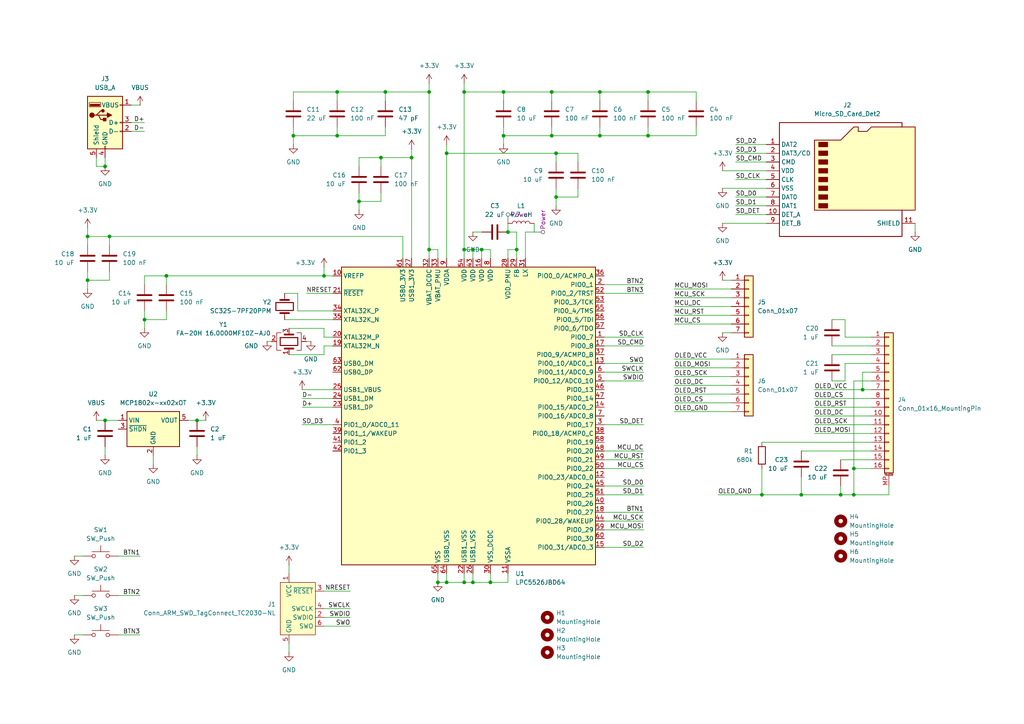
<source format=kicad_sch>
(kicad_sch (version 20250114) (generator "eeschema") (generator_version "9.0")
  (paper "A4")
  (lib_symbols
    (symbol "Connector:Conn_ARM_SWD_TagConnect_TC2030-NL" (in_bom no)
      (property "Reference" "J" (at 2.54 11.43 0))
      (property "Value" "Conn_ARM_SWD_TagConnect_TC2030-NL" (at 2.54 8.89 0))
      (symbol "Conn_ARM_SWD_TagConnect_TC2030-NL_0_0"
        (pin power_in line (at -2.54 10.16 270) (length 2.54) (name "VCC") (number "1"))
        (pin power_in line (at -2.54 -10.16 90) (length 2.54) (name "GND") (number "5"))
        (pin open_collector line (at 7.62 5.08 180) (length 2.54) (name "~{RESET}") (number "3"))
        (pin output line (at 7.62 0 180) (length 2.54) (name "SWCLK") (number "4"))
        (pin bidirectional line (at 7.62 -2.54 180) (length 2.54) (name "SWDIO") (number "2"))
        (pin input line (at 7.62 -5.08 180) (length 2.54) (name "SWO") (number "6"))
      )
    )
    (symbol "Connector:Micro_SD_Card_Det2"
      (property "Reference" "J" (at -16.51 17.78 0))
      (property "Value" "Micro_SD_Card_Det2" (at 16.51 17.78 0))
      (symbol "Micro_SD_Card_Det2_1_1"
        (pin bidirectional line (at -22.86 10.16 0) (length 3.81) (name "DAT2") (number "1"))
        (pin bidirectional line (at -22.86 7.62 0) (length 3.81) (name "DAT3/CD") (number "2"))
        (pin input line (at -22.86 5.08 0) (length 3.81) (name "CMD") (number "3"))
        (pin power_in line (at -22.86 2.54 0) (length 3.81) (name "VDD") (number "4"))
        (pin input line (at -22.86 0 0) (length 3.81) (name "CLK") (number "5"))
        (pin power_in line (at -22.86 -2.54 0) (length 3.81) (name "VSS") (number "6"))
        (pin bidirectional line (at -22.86 -5.08 0) (length 3.81) (name "DAT0") (number "7"))
        (pin bidirectional line (at -22.86 -7.62 0) (length 3.81) (name "DAT1") (number "8"))
        (pin passive line (at -22.86 -10.16 0) (length 3.81) (name "DET_A") (number "10"))
        (pin passive line (at -22.86 -12.7 0) (length 3.81) (name "DET_B") (number "9"))
        (pin passive line (at 20.32 -12.7 180) (length 3.81) (name "SHIELD") (number "11"))
      )
    )
    (symbol "Connector:USB_A" (pin_names (offset 1.016))
      (property "Reference" "J" (at -5.08 11.43 0))
      (property "Value" "USB_A" (at -5.08 8.89 0))
      (symbol "USB_A_1_1"
        (pin passive line (at -2.54 -10.16 90) (length 2.54) (name "Shield") (number "5"))
        (pin power_in line (at 0 -10.16 90) (length 2.54) (name "GND") (number "4"))
        (pin power_in line (at 7.62 5.08 180) (length 2.54) (name "VBUS") (number "1"))
        (pin bidirectional line (at 7.62 0 180) (length 2.54) (name "D+") (number "3"))
        (pin bidirectional line (at 7.62 -2.54 180) (length 2.54) (name "D-") (number "2"))
      )
    )
    (symbol "Connector_Generic:Conn_01x07" (pin_names (offset 1.016) (hide yes))
      (property "Reference" "J" (at 0 10.16 0))
      (property "Value" "Conn_01x07" (at 0 -10.16 0))
      (symbol "Conn_01x07_1_1"
        (pin passive line (at -5.08 7.62 0) (length 3.81) (name "Pin_1") (number "1"))
        (pin passive line (at -5.08 5.08 0) (length 3.81) (name "Pin_2") (number "2"))
        (pin passive line (at -5.08 2.54 0) (length 3.81) (name "Pin_3") (number "3"))
        (pin passive line (at -5.08 0 0) (length 3.81) (name "Pin_4") (number "4"))
        (pin passive line (at -5.08 -2.54 0) (length 3.81) (name "Pin_5") (number "5"))
        (pin passive line (at -5.08 -5.08 0) (length 3.81) (name "Pin_6") (number "6"))
        (pin passive line (at -5.08 -7.62 0) (length 3.81) (name "Pin_7") (number "7"))
      )
    )
    (symbol "Connector_Generic_MountingPin:Conn_01x16_MountingPin" (pin_names (offset 1.016) (hide yes))
      (property "Reference" "J" (at 0 20.32 0))
      (property "Value" "Conn_01x16_MountingPin" (at 1.27 -22.86 0))
      (symbol "Conn_01x16_MountingPin_1_1"
        (text "Mounting" (at 0 -21.971 0) (effects (font (size 0.381 0.381))))
        (pin passive line (at -5.08 17.78 0) (length 3.81) (name "Pin_1") (number "1"))
        (pin passive line (at -5.08 15.24 0) (length 3.81) (name "Pin_2") (number "2"))
        (pin passive line (at -5.08 12.7 0) (length 3.81) (name "Pin_3") (number "3"))
        (pin passive line (at -5.08 10.16 0) (length 3.81) (name "Pin_4") (number "4"))
        (pin passive line (at -5.08 7.62 0) (length 3.81) (name "Pin_5") (number "5"))
        (pin passive line (at -5.08 5.08 0) (length 3.81) (name "Pin_6") (number "6"))
        (pin passive line (at -5.08 2.54 0) (length 3.81) (name "Pin_7") (number "7"))
        (pin passive line (at -5.08 0 0) (length 3.81) (name "Pin_8") (number "8"))
        (pin passive line (at -5.08 -2.54 0) (length 3.81) (name "Pin_9") (number "9"))
        (pin passive line (at -5.08 -5.08 0) (length 3.81) (name "Pin_10") (number "10"))
        (pin passive line (at -5.08 -7.62 0) (length 3.81) (name "Pin_11") (number "11"))
        (pin passive line (at -5.08 -10.16 0) (length 3.81) (name "Pin_12") (number "12"))
        (pin passive line (at -5.08 -12.7 0) (length 3.81) (name "Pin_13") (number "13"))
        (pin passive line (at -5.08 -15.24 0) (length 3.81) (name "Pin_14") (number "14"))
        (pin passive line (at -5.08 -17.78 0) (length 3.81) (name "Pin_15") (number "15"))
        (pin passive line (at -5.08 -20.32 0) (length 3.81) (name "Pin_16") (number "16"))
        (pin passive line (at 0 -25.4 90) (length 3.048) (name "MountPin") (number "MP"))
      )
    )
    (symbol "Device:C" (pin_numbers (hide yes)) (pin_names (offset 0.254))
      (property "Reference" "C" (at 0.635 2.54 0))
      (property "Value" "C" (at 0.635 -2.54 0))
      (symbol "C_1_1"
        (pin passive line (at 0 3.81 270) (length 2.794) (name "~") (number "1"))
        (pin passive line (at 0 -3.81 90) (length 2.794) (name "~") (number "2"))
      )
    )
    (symbol "Device:Crystal" (pin_numbers (hide yes)) (pin_names (offset 1.016) (hide yes))
      (property "Reference" "Y" (at 0 3.81 0))
      (property "Value" "Crystal" (at 0 -3.81 0))
      (symbol "Crystal_1_1"
        (pin passive line (at -3.81 0 0) (length 1.27) (name "1") (number "1"))
        (pin passive line (at 3.81 0 180) (length 1.27) (name "2") (number "2"))
      )
    )
    (symbol "Device:Crystal_GND24" (pin_names (offset 1.016) (hide yes))
      (property "Reference" "Y" (at 3.175 5.08 0))
      (property "Value" "Crystal_GND24" (at 3.175 3.175 0))
      (symbol "Crystal_GND24_1_1"
        (pin passive line (at -3.81 0 0) (length 1.27) (name "1") (number "1"))
        (pin passive line (at 0 5.08 270) (length 1.27) (name "2") (number "2"))
        (pin passive line (at 0 -5.08 90) (length 1.27) (name "4") (number "4"))
        (pin passive line (at 3.81 0 180) (length 1.27) (name "3") (number "3"))
      )
    )
    (symbol "Device:L" (pin_numbers (hide yes)) (pin_names (offset 1.016) (hide yes))
      (property "Reference" "L" (at -1.27 0 90))
      (property "Value" "L" (at 1.905 0 90))
      (symbol "L_1_1"
        (pin passive line (at 0 3.81 270) (length 1.27) (name "1") (number "1"))
        (pin passive line (at 0 -3.81 90) (length 1.27) (name "2") (number "2"))
      )
    )
    (symbol "Device:R" (pin_numbers (hide yes)) (pin_names (offset 0))
      (property "Reference" "R" (at 2.032 0 90))
      (property "Value" "R" (at 0 0 90))
      (symbol "R_1_1"
        (pin passive line (at 0 3.81 270) (length 1.27) (name "~") (number "1"))
        (pin passive line (at 0 -3.81 90) (length 1.27) (name "~") (number "2"))
      )
    )
    (symbol "LPC5526JBD64:LPC5526JBD64"
      (property "Reference" "U" (at -35.56 44.704 0))
      (property "Value" "LPC5526JBD64" (at 22.86 -44.45 0))
      (symbol "LPC5526JBD64_1_1"
        (pin input line (at -38.1 40.64 0) (length 2.54) (name "VREFP") (number "10"))
        (pin input line (at -38.1 35.56 0) (length 2.54) (name "~{RESET}") (number "21"))
        (pin input line (at -38.1 30.48 0) (length 2.54) (name "XTAL32K_P") (number "34"))
        (pin input line (at -38.1 27.94 0) (length 2.54) (name "XTAL32K_N") (number "35"))
        (pin input line (at -38.1 22.86 0) (length 2.54) (name "XTAL32M_P") (number "20"))
        (pin input line (at -38.1 20.32 0) (length 2.54) (name "XTAL32M_N") (number "19"))
        (pin bidirectional line (at -38.1 15.24 0) (length 2.54) (name "USB0_DM") (number "63"))
        (pin bidirectional line (at -38.1 12.7 0) (length 2.54) (name "USB0_DP") (number "62"))
        (pin input line (at -38.1 7.62 0) (length 2.54) (name "USB1_VBUS") (number "25"))
        (pin bidirectional line (at -38.1 5.08 0) (length 2.54) (name "USB1_DM") (number "24"))
        (pin bidirectional line (at -38.1 2.54 0) (length 2.54) (name "USB1_DP") (number "23"))
        (pin bidirectional line (at -38.1 -2.54 0) (length 2.54) (name "PIO1_0/ADC0_11") (number "4"))
        (pin bidirectional line (at -38.1 -5.08 0) (length 2.54) (name "PIO1_1/WAKEUP") (number "39"))
        (pin bidirectional line (at -38.1 -7.62 0) (length 2.54) (name "PIO1_2") (number "41"))
        (pin bidirectional line (at -38.1 -10.16 0) (length 2.54) (name "PIO1_3") (number "42"))
        (pin power_in line (at -17.78 45.72 270) (length 2.54) (name "USB0_3V3") (number "61"))
        (pin power_in line (at -15.24 45.72 270) (length 2.54) (name "USB1_3V3") (number "27"))
        (pin power_in line (at -10.16 45.72 270) (length 2.54) (name "VBAT_DCDC") (number "32"))
        (pin power_in line (at -7.62 45.72 270) (length 2.54) (name "VBAT_PMU") (number "33"))
        (pin power_in line (at -7.62 -45.72 90) (length 2.54) (name "VSS") (number "65"))
        (pin power_in line (at -5.08 45.72 270) (length 2.54) (name "VDDA") (number "9"))
        (pin power_in line (at -5.08 -45.72 90) (length 2.54) (name "USB0_VSS") (number "64"))
        (pin power_in line (at 0 45.72 270) (length 2.54) (name "VDD") (number "54"))
        (pin power_in line (at 0 -45.72 90) (length 2.54) (name "USB1_VSS") (number "22"))
        (pin power_in line (at 2.54 45.72 270) (length 2.54) (name "VDD") (number "43"))
        (pin power_in line (at 2.54 -45.72 90) (length 2.54) (name "USB1_VSS") (number "26"))
        (pin power_in line (at 5.08 45.72 270) (length 2.54) (name "VDD") (number "16"))
        (pin power_in line (at 7.62 45.72 270) (length 2.54) (name "VDD") (number "8"))
        (pin power_in line (at 7.62 -45.72 90) (length 2.54) (name "VSS_DCDC") (number "30"))
        (pin power_in line (at 12.7 45.72 270) (length 2.54) (name "VDD_PMU") (number "28"))
        (pin power_in line (at 12.7 -45.72 90) (length 2.54) (name "VSSA") (number "11"))
        (pin power_out line (at 15.24 45.72 270) (length 2.54) (name "FB") (number "29"))
        (pin power_out line (at 17.78 45.72 270) (length 2.54) (name "LX") (number "31"))
        (pin bidirectional line (at 40.64 40.64 180) (length 2.54) (name "PIO0_0/ACMP0_A") (number "36"))
        (pin bidirectional line (at 40.64 38.1 180) (length 2.54) (name "PIO0_1") (number "2"))
        (pin bidirectional line (at 40.64 35.56 180) (length 2.54) (name "PIO0_2/TRST") (number "52"))
        (pin bidirectional line (at 40.64 33.02 180) (length 2.54) (name "PIO0_3/TCK") (number "53"))
        (pin bidirectional line (at 40.64 30.48 180) (length 2.54) (name "PIO0_4/TMS") (number "55"))
        (pin bidirectional line (at 40.64 27.94 180) (length 2.54) (name "PIO0_5/TDI") (number "56"))
        (pin bidirectional line (at 40.64 25.4 180) (length 2.54) (name "PIO0_6/TDO") (number "57"))
        (pin bidirectional line (at 40.64 22.86 180) (length 2.54) (name "PIO0_7") (number "1"))
        (pin bidirectional line (at 40.64 20.32 180) (length 2.54) (name "PIO0_8") (number "17"))
        (pin bidirectional line (at 40.64 17.78 180) (length 2.54) (name "PIO0_9/ACMP0_B") (number "37"))
        (pin bidirectional line (at 40.64 15.24 180) (length 2.54) (name "PIO0_10/ADC0_1") (number "13"))
        (pin bidirectional line (at 40.64 12.7 180) (length 2.54) (name "PIO0_11/ADC0_9") (number "6"))
        (pin bidirectional line (at 40.64 10.16 180) (length 2.54) (name "PIO0_12/ADC0_10") (number "5"))
        (pin bidirectional line (at 40.64 7.62 180) (length 2.54) (name "PIO0_13") (number "46"))
        (pin bidirectional line (at 40.64 5.08 180) (length 2.54) (name "PIO0_14") (number "47"))
        (pin bidirectional line (at 40.64 2.54 180) (length 2.54) (name "PIO0_15/ADC0_2") (number "14"))
        (pin bidirectional line (at 40.64 0 180) (length 2.54) (name "PIO0_16/ADC0_8") (number "7"))
        (pin bidirectional line (at 40.64 -2.54 180) (length 2.54) (name "PIO0_17") (number "3"))
        (pin bidirectional line (at 40.64 -5.08 180) (length 2.54) (name "PIO0_18/ACMP0_C") (number "38"))
        (pin bidirectional line (at 40.64 -7.62 180) (length 2.54) (name "PIO0_19") (number "58"))
        (pin bidirectional line (at 40.64 -10.16 180) (length 2.54) (name "PIO0_20") (number "48"))
        (pin bidirectional line (at 40.64 -12.7 180) (length 2.54) (name "PIO0_21") (number "49"))
        (pin bidirectional line (at 40.64 -15.24 180) (length 2.54) (name "PIO0_22") (number "50"))
        (pin bidirectional line (at 40.64 -17.78 180) (length 2.54) (name "PIO0_23/ADC0_0") (number "12"))
        (pin bidirectional line (at 40.64 -20.32 180) (length 2.54) (name "PIO0_24") (number "45"))
        (pin bidirectional line (at 40.64 -22.86 180) (length 2.54) (name "PIO0_25") (number "51"))
        (pin bidirectional line (at 40.64 -25.4 180) (length 2.54) (name "PIO0_26") (number "40"))
        (pin bidirectional line (at 40.64 -27.94 180) (length 2.54) (name "PIO0_27") (number "18"))
        (pin bidirectional line (at 40.64 -30.48 180) (length 2.54) (name "PIO0_28/WAKEUP") (number "44"))
        (pin bidirectional line (at 40.64 -33.02 180) (length 2.54) (name "PIO0_29") (number "59"))
        (pin bidirectional line (at 40.64 -35.56 180) (length 2.54) (name "PIO0_30") (number "60"))
        (pin bidirectional line (at 40.64 -38.1 180) (length 2.54) (name "PIO0_31/ADC0_3") (number "15"))
      )
    )
    (symbol "Mechanical:MountingHole" (pin_names (offset 1.016)) (in_bom no)
      (property "Reference" "H" (at 0 5.08 0))
      (property "Value" "MountingHole" (at 0 3.175 0))
    )
    (symbol "Regulator_Linear:MCP1802x-xx02xOT"
      (property "Reference" "U" (at -6.35 6.35 0))
      (property "Value" "MCP1802x-xx02xOT" (at 0 6.35 0))
      (symbol "MCP1802x-xx02xOT_1_1"
        (pin power_in line (at -10.16 2.54 0) (length 2.54) (name "VIN") (number "1"))
        (pin input line (at -10.16 0 0) (length 2.54) (name "~{SHDN}") (number "3"))
        (pin power_in line (at 0 -7.62 90) (length 2.54) (name "GND") (number "2"))
        (pin no_connect line (at 7.62 0 180) (length 2.54) (hide yes) (name "NC") (number "4"))
        (pin power_out line (at 10.16 2.54 180) (length 2.54) (name "VOUT") (number "5"))
      )
    )
    (symbol "Switch:SW_Push" (pin_numbers (hide yes)) (pin_names (offset 1.016) (hide yes))
      (property "Reference" "SW" (at 1.27 2.54 0))
      (property "Value" "SW_Push" (at 0 -1.524 0))
      (symbol "SW_Push_0_1"
        (pin passive line (at -5.08 0 0) (length 2.54) (name "1") (number "1"))
        (pin passive line (at 5.08 0 180) (length 2.54) (name "2") (number "2"))
      )
    )
    (symbol "power:+3.3V" (power) (pin_numbers (hide yes)) (pin_names (offset 0) (hide yes))
      (property "Value" "+3.3V" (at 0 3.556 0))
      (symbol "+3.3V_1_1"
        (pin power_in line (at 0 0 90) (length 0) (name "~") (number "1"))
      )
    )
    (symbol "power:GND" (power) (pin_numbers (hide yes)) (pin_names (offset 0) (hide yes))
      (property "Value" "GND" (at 0 -3.81 0))
      (symbol "GND_1_1"
        (pin power_in line (at 0 0 270) (length 0) (name "~") (number "1"))
      )
    )
    (symbol "power:VBUS" (power) (pin_numbers (hide yes)) (pin_names (offset 0) (hide yes))
      (property "Value" "VBUS" (at 0 3.556 0))
      (symbol "VBUS_1_1"
        (pin power_in line (at 0 0 90) (length 0) (name "~") (number "1"))
      )
    )
  )
  (junction (at 187.96 26.67))
  (junction (at 25.4 68.58))
  (junction (at 30.48 48.26))
  (junction (at 232.41 143.51))
  (junction (at 161.29 44.45))
  (junction (at 110.49 45.72))
  (junction (at 129.54 44.45))
  (junction (at 124.46 72.39))
  (junction (at 147.32 67.31))
  (junction (at 243.84 143.51))
  (junction (at 247.65 135.89))
  (junction (at 30.48 121.92))
  (junction (at 111.76 26.67))
  (junction (at 173.99 26.67))
  (junction (at 134.62 72.39))
  (junction (at 149.86 72.39))
  (junction (at 137.16 72.39))
  (junction (at 48.26 80.01))
  (junction (at 250.19 113.03))
  (junction (at 142.24 168.91))
  (junction (at 146.05 26.67))
  (junction (at 127 168.91))
  (junction (at 93.98 80.01))
  (junction (at 129.54 168.91))
  (junction (at 97.79 39.37))
  (junction (at 173.99 39.37))
  (junction (at 134.62 26.67))
  (junction (at 220.98 143.51))
  (junction (at 160.02 39.37))
  (junction (at 41.91 92.71))
  (junction (at 137.16 168.91))
  (junction (at 160.02 26.67))
  (junction (at 97.79 26.67))
  (junction (at 25.4 81.28))
  (junction (at 146.05 39.37))
  (junction (at 119.38 45.72))
  (junction (at 124.46 26.67))
  (junction (at 134.62 168.91))
  (junction (at 139.7 72.39))
  (junction (at 187.96 39.37))
  (junction (at 31.75 68.58))
  (junction (at 85.09 39.37))
  (junction (at 57.15 121.92))
  (junction (at 104.14 58.42))
  (junction (at 161.29 57.15))
  (junction (at 247.65 143.51))
  (wire (pts (xy 87.63 113.03) (xy 96.52 113.03)))
  (wire (pts (xy 209.55 49.53) (xy 222.25 49.53)))
  (wire (pts (xy 175.26 123.19) (xy 186.69 123.19)))
  (wire (pts (xy 127 166.37) (xy 127 168.91)))
  (wire (pts (xy 85.09 26.67) (xy 97.79 26.67)))
  (wire (pts (xy 137.16 166.37) (xy 137.16 168.91)))
  (wire (pts (xy 187.96 26.67) (xy 187.96 29.21)))
  (wire (pts (xy 110.49 48.26) (xy 110.49 45.72)))
  (wire (pts (xy 201.93 36.83) (xy 201.93 39.37)))
  (wire (pts (xy 195.58 104.14) (xy 212.09 104.14)))
  (wire (pts (xy 175.26 151.13) (xy 186.69 151.13)))
  (wire (pts (xy 96.52 100.33) (xy 93.98 100.33)))
  (wire (pts (xy 96.52 123.19) (xy 87.63 123.19)))
  (wire (pts (xy 83.82 163.83) (xy 83.82 166.37)))
  (wire (pts (xy 77.47 99.06) (xy 78.74 99.06)))
  (wire (pts (xy 195.58 86.36) (xy 212.09 86.36)))
  (wire (pts (xy 147.32 168.91) (xy 142.24 168.91)))
  (wire (pts (xy 25.4 66.04) (xy 25.4 68.58)))
  (wire (pts (xy 232.41 138.43) (xy 232.41 143.51)))
  (wire (pts (xy 38.1 30.48) (xy 40.64 30.48)))
  (wire (pts (xy 213.36 62.23) (xy 222.25 62.23)))
  (wire (pts (xy 97.79 36.83) (xy 97.79 39.37)))
  (wire (pts (xy 195.58 83.82) (xy 212.09 83.82)))
  (wire (pts (xy 27.94 121.92) (xy 30.48 121.92)))
  (wire (pts (xy 104.14 55.88) (xy 104.14 58.42)))
  (wire (pts (xy 24.13 184.15) (xy 21.59 184.15)))
  (wire (pts (xy 245.11 110.49) (xy 241.3 110.49)))
  (wire (pts (xy 265.43 64.77) (xy 265.43 67.31)))
  (wire (pts (xy 175.26 100.33) (xy 186.69 100.33)))
  (wire (pts (xy 134.62 72.39) (xy 134.62 74.93)))
  (wire (pts (xy 104.14 58.42) (xy 104.14 60.96)))
  (wire (pts (xy 146.05 36.83) (xy 146.05 39.37)))
  (wire (pts (xy 96.52 90.17) (xy 86.36 90.17)))
  (wire (pts (xy 175.26 158.75) (xy 186.69 158.75)))
  (wire (pts (xy 195.58 114.3) (xy 212.09 114.3)))
  (wire (pts (xy 147.32 74.93) (xy 147.32 72.39)))
  (wire (pts (xy 134.62 166.37) (xy 134.62 168.91)))
  (wire (pts (xy 175.26 143.51) (xy 186.69 143.51)))
  (wire (pts (xy 149.86 74.93) (xy 149.86 72.39)))
  (wire (pts (xy 142.24 166.37) (xy 142.24 168.91)))
  (wire (pts (xy 232.41 130.81) (xy 252.73 130.81)))
  (wire (pts (xy 252.73 105.41) (xy 245.11 105.41)))
  (wire (pts (xy 24.13 161.29) (xy 21.59 161.29)))
  (wire (pts (xy 213.36 52.07) (xy 222.25 52.07)))
  (wire (pts (xy 85.09 36.83) (xy 85.09 39.37)))
  (wire (pts (xy 250.19 113.03) (xy 250.19 107.95)))
  (wire (pts (xy 25.4 81.28) (xy 31.75 81.28)))
  (wire (pts (xy 40.64 161.29) (xy 34.29 161.29)))
  (wire (pts (xy 48.26 80.01) (xy 41.91 80.01)))
  (wire (pts (xy 110.49 55.88) (xy 110.49 58.42)))
  (wire (pts (xy 31.75 71.12) (xy 31.75 68.58)))
  (wire (pts (xy 30.48 129.54) (xy 30.48 132.08)))
  (wire (pts (xy 161.29 44.45) (xy 129.54 44.45)))
  (wire (pts (xy 93.98 77.47) (xy 93.98 80.01)))
  (wire (pts (xy 222.25 54.61) (xy 209.55 54.61)))
  (wire (pts (xy 87.63 118.11) (xy 96.52 118.11)))
  (wire (pts (xy 96.52 97.79) (xy 93.98 97.79)))
  (wire (pts (xy 241.3 100.33) (xy 252.73 100.33)))
  (wire (pts (xy 88.9 99.06) (xy 90.17 99.06)))
  (wire (pts (xy 247.65 135.89) (xy 247.65 143.51)))
  (wire (pts (xy 195.58 111.76) (xy 212.09 111.76)))
  (wire (pts (xy 195.58 91.44) (xy 212.09 91.44)))
  (wire (pts (xy 116.84 68.58) (xy 116.84 74.93)))
  (wire (pts (xy 111.76 36.83) (xy 111.76 39.37)))
  (wire (pts (xy 173.99 26.67) (xy 173.99 29.21)))
  (wire (pts (xy 48.26 82.55) (xy 48.26 80.01)))
  (wire (pts (xy 236.22 125.73) (xy 252.73 125.73)))
  (wire (pts (xy 195.58 116.84) (xy 212.09 116.84)))
  (wire (pts (xy 85.09 39.37) (xy 97.79 39.37)))
  (wire (pts (xy 30.48 121.92) (xy 34.29 121.92)))
  (wire (pts (xy 27.94 48.26) (xy 30.48 48.26)))
  (wire (pts (xy 161.29 57.15) (xy 161.29 59.69)))
  (wire (pts (xy 96.52 85.09) (xy 88.9 85.09)))
  (wire (pts (xy 236.22 118.11) (xy 252.73 118.11)))
  (wire (pts (xy 93.98 97.79) (xy 93.98 95.25)))
  (wire (pts (xy 236.22 120.65) (xy 252.73 120.65)))
  (wire (pts (xy 87.63 115.57) (xy 96.52 115.57)))
  (wire (pts (xy 213.36 57.15) (xy 222.25 57.15)))
  (wire (pts (xy 129.54 44.45) (xy 129.54 74.93)))
  (wire (pts (xy 119.38 74.93) (xy 119.38 45.72)))
  (wire (pts (xy 82.55 92.71) (xy 96.52 92.71)))
  (wire (pts (xy 137.16 72.39) (xy 139.7 72.39)))
  (wire (pts (xy 137.16 72.39) (xy 137.16 74.93)))
  (wire (pts (xy 195.58 93.98) (xy 212.09 93.98)))
  (wire (pts (xy 93.98 80.01) (xy 96.52 80.01)))
  (wire (pts (xy 247.65 143.51) (xy 243.84 143.51)))
  (wire (pts (xy 160.02 29.21) (xy 160.02 26.67)))
  (wire (pts (xy 93.98 171.45) (xy 101.6 171.45)))
  (wire (pts (xy 213.36 46.99) (xy 222.25 46.99)))
  (wire (pts (xy 247.65 110.49) (xy 252.73 110.49)))
  (wire (pts (xy 146.05 39.37) (xy 160.02 39.37)))
  (wire (pts (xy 195.58 106.68) (xy 212.09 106.68)))
  (wire (pts (xy 236.22 113.03) (xy 250.19 113.03)))
  (wire (pts (xy 147.32 67.31) (xy 147.32 64.77)))
  (wire (pts (xy 213.36 41.91) (xy 222.25 41.91)))
  (wire (pts (xy 149.86 72.39) (xy 149.86 67.31)))
  (wire (pts (xy 146.05 39.37) (xy 146.05 41.91)))
  (wire (pts (xy 139.7 72.39) (xy 139.7 74.93)))
  (wire (pts (xy 201.93 26.67) (xy 187.96 26.67)))
  (wire (pts (xy 93.98 181.61) (xy 101.6 181.61)))
  (wire (pts (xy 104.14 48.26) (xy 104.14 45.72)))
  (wire (pts (xy 93.98 100.33) (xy 93.98 102.87)))
  (wire (pts (xy 250.19 107.95) (xy 252.73 107.95)))
  (wire (pts (xy 134.62 168.91) (xy 137.16 168.91)))
  (wire (pts (xy 31.75 68.58) (xy 116.84 68.58)))
  (wire (pts (xy 25.4 81.28) (xy 25.4 83.82)))
  (wire (pts (xy 161.29 46.99) (xy 161.29 44.45)))
  (wire (pts (xy 187.96 36.83) (xy 187.96 39.37)))
  (wire (pts (xy 147.32 72.39) (xy 149.86 72.39)))
  (wire (pts (xy 175.26 97.79) (xy 186.69 97.79)))
  (wire (pts (xy 124.46 72.39) (xy 124.46 26.67)))
  (wire (pts (xy 40.64 184.15) (xy 34.29 184.15)))
  (wire (pts (xy 213.36 59.69) (xy 222.25 59.69)))
  (wire (pts (xy 124.46 26.67) (xy 111.76 26.67)))
  (wire (pts (xy 241.3 102.87) (xy 252.73 102.87)))
  (wire (pts (xy 97.79 29.21) (xy 97.79 26.67)))
  (wire (pts (xy 110.49 45.72) (xy 119.38 45.72)))
  (wire (pts (xy 111.76 39.37) (xy 97.79 39.37)))
  (wire (pts (xy 220.98 135.89) (xy 220.98 143.51)))
  (wire (pts (xy 186.69 135.89) (xy 175.26 135.89)))
  (wire (pts (xy 129.54 41.91) (xy 129.54 44.45)))
  (wire (pts (xy 209.55 81.28) (xy 212.09 81.28)))
  (wire (pts (xy 154.94 67.31) (xy 152.4 67.31)))
  (wire (pts (xy 160.02 39.37) (xy 173.99 39.37)))
  (wire (pts (xy 83.82 189.23) (xy 83.82 186.69)))
  (wire (pts (xy 175.26 85.09) (xy 186.69 85.09)))
  (wire (pts (xy 195.58 88.9) (xy 212.09 88.9)))
  (wire (pts (xy 175.26 110.49) (xy 186.69 110.49)))
  (wire (pts (xy 173.99 39.37) (xy 187.96 39.37)))
  (wire (pts (xy 220.98 143.51) (xy 232.41 143.51)))
  (wire (pts (xy 247.65 110.49) (xy 247.65 135.89)))
  (wire (pts (xy 220.98 128.27) (xy 252.73 128.27)))
  (wire (pts (xy 93.98 179.07) (xy 101.6 179.07)))
  (wire (pts (xy 167.64 44.45) (xy 161.29 44.45)))
  (wire (pts (xy 104.14 58.42) (xy 110.49 58.42)))
  (wire (pts (xy 252.73 113.03) (xy 250.19 113.03)))
  (wire (pts (xy 208.28 143.51) (xy 220.98 143.51)))
  (wire (pts (xy 195.58 109.22) (xy 212.09 109.22)))
  (wire (pts (xy 175.26 105.41) (xy 186.69 105.41)))
  (wire (pts (xy 146.05 26.67) (xy 134.62 26.67)))
  (wire (pts (xy 137.16 67.31) (xy 139.7 67.31)))
  (wire (pts (xy 40.64 172.72) (xy 34.29 172.72)))
  (wire (pts (xy 86.36 85.09) (xy 82.55 85.09)))
  (wire (pts (xy 93.98 95.25) (xy 83.82 95.25)))
  (wire (pts (xy 245.11 92.71) (xy 245.11 97.79)))
  (wire (pts (xy 54.61 121.92) (xy 57.15 121.92)))
  (wire (pts (xy 245.11 105.41) (xy 245.11 110.49)))
  (wire (pts (xy 175.26 107.95) (xy 186.69 107.95)))
  (wire (pts (xy 27.94 45.72) (xy 27.94 48.26)))
  (wire (pts (xy 25.4 78.74) (xy 25.4 81.28)))
  (wire (pts (xy 247.65 143.51) (xy 257.81 143.51)))
  (wire (pts (xy 209.55 64.77) (xy 222.25 64.77)))
  (wire (pts (xy 48.26 80.01) (xy 93.98 80.01)))
  (wire (pts (xy 119.38 43.18) (xy 119.38 45.72)))
  (wire (pts (xy 41.91 90.17) (xy 41.91 92.71)))
  (wire (pts (xy 160.02 36.83) (xy 160.02 39.37)))
  (wire (pts (xy 111.76 26.67) (xy 97.79 26.67)))
  (wire (pts (xy 127 168.91) (xy 129.54 168.91)))
  (wire (pts (xy 85.09 41.91) (xy 85.09 39.37)))
  (wire (pts (xy 31.75 68.58) (xy 25.4 68.58)))
  (wire (pts (xy 161.29 57.15) (xy 167.64 57.15)))
  (wire (pts (xy 187.96 26.67) (xy 173.99 26.67)))
  (wire (pts (xy 187.96 39.37) (xy 201.93 39.37)))
  (wire (pts (xy 57.15 129.54) (xy 57.15 132.08)))
  (wire (pts (xy 25.4 71.12) (xy 25.4 68.58)))
  (wire (pts (xy 146.05 29.21) (xy 146.05 26.67)))
  (wire (pts (xy 104.14 45.72) (xy 110.49 45.72)))
  (wire (pts (xy 257.81 140.97) (xy 257.81 143.51)))
  (wire (pts (xy 134.62 168.91) (xy 129.54 168.91)))
  (wire (pts (xy 48.26 90.17) (xy 48.26 92.71)))
  (wire (pts (xy 186.69 153.67) (xy 175.26 153.67)))
  (wire (pts (xy 85.09 29.21) (xy 85.09 26.67)))
  (wire (pts (xy 38.1 38.1) (xy 41.91 38.1)))
  (wire (pts (xy 134.62 26.67) (xy 134.62 72.39)))
  (wire (pts (xy 154.94 64.77) (xy 154.94 67.31)))
  (wire (pts (xy 149.86 67.31) (xy 147.32 67.31)))
  (wire (pts (xy 232.41 143.51) (xy 243.84 143.51)))
  (wire (pts (xy 93.98 102.87) (xy 83.82 102.87)))
  (wire (pts (xy 124.46 24.13) (xy 124.46 26.67)))
  (wire (pts (xy 41.91 92.71) (xy 41.91 95.25)))
  (wire (pts (xy 86.36 90.17) (xy 86.36 85.09)))
  (wire (pts (xy 134.62 72.39) (xy 137.16 72.39)))
  (wire (pts (xy 127 74.93) (xy 127 72.39)))
  (wire (pts (xy 31.75 78.74) (xy 31.75 81.28)))
  (wire (pts (xy 209.55 96.52) (xy 212.09 96.52)))
  (wire (pts (xy 160.02 26.67) (xy 173.99 26.67)))
  (wire (pts (xy 175.26 148.59) (xy 186.69 148.59)))
  (wire (pts (xy 142.24 168.91) (xy 137.16 168.91)))
  (wire (pts (xy 160.02 26.67) (xy 146.05 26.67)))
  (wire (pts (xy 38.1 35.56) (xy 41.91 35.56)))
  (wire (pts (xy 111.76 29.21) (xy 111.76 26.67)))
  (wire (pts (xy 167.64 46.99) (xy 167.64 44.45)))
  (wire (pts (xy 139.7 72.39) (xy 142.24 72.39)))
  (wire (pts (xy 134.62 24.13) (xy 134.62 26.67)))
  (wire (pts (xy 175.26 140.97) (xy 186.69 140.97)))
  (wire (pts (xy 213.36 44.45) (xy 222.25 44.45)))
  (wire (pts (xy 142.24 74.93) (xy 142.24 72.39)))
  (wire (pts (xy 41.91 82.55) (xy 41.91 80.01)))
  (wire (pts (xy 167.64 54.61) (xy 167.64 57.15)))
  (wire (pts (xy 186.69 130.81) (xy 175.26 130.81)))
  (wire (pts (xy 247.65 135.89) (xy 252.73 135.89)))
  (wire (pts (xy 161.29 54.61) (xy 161.29 57.15)))
  (wire (pts (xy 44.45 132.08) (xy 44.45 134.62)))
  (wire (pts (xy 236.22 123.19) (xy 252.73 123.19)))
  (wire (pts (xy 241.3 92.71) (xy 245.11 92.71)))
  (wire (pts (xy 175.26 82.55) (xy 186.69 82.55)))
  (wire (pts (xy 24.13 172.72) (xy 21.59 172.72)))
  (wire (pts (xy 124.46 72.39) (xy 127 72.39)))
  (wire (pts (xy 30.48 45.72) (xy 30.48 48.26)))
  (wire (pts (xy 173.99 36.83) (xy 173.99 39.37)))
  (wire (pts (xy 243.84 133.35) (xy 252.73 133.35)))
  (wire (pts (xy 129.54 166.37) (xy 129.54 168.91)))
  (wire (pts (xy 245.11 97.79) (xy 252.73 97.79)))
  (wire (pts (xy 201.93 29.21) (xy 201.93 26.67)))
  (wire (pts (xy 41.91 92.71) (xy 48.26 92.71)))
  (wire (pts (xy 93.98 176.53) (xy 101.6 176.53)))
  (wire (pts (xy 186.69 133.35) (xy 175.26 133.35)))
  (wire (pts (xy 243.84 143.51) (xy 243.84 140.97)))
  (wire (pts (xy 152.4 67.31) (xy 152.4 74.93)))
  (wire (pts (xy 57.15 121.92) (xy 59.69 121.92)))
  (wire (pts (xy 236.22 115.57) (xy 252.73 115.57)))
  (wire (pts (xy 124.46 72.39) (xy 124.46 74.93)))
  (wire (pts (xy 147.32 166.37) (xy 147.32 168.91)))
  (wire (pts (xy 195.58 119.38) (xy 212.09 119.38)))
  (label "MCU_MOSI" (at 195.58 83.82 0))
  (label "OLED_SCK" (at 195.58 109.22 0))
  (label "SD_D2" (at 186.69 158.75 180))
  (label "BTN3" (at 186.69 85.09 180))
  (label "SD_D0" (at 186.69 140.97 180))
  (label "MCU_SCK" (at 186.69 151.13 180))
  (label "SD_DET" (at 186.69 123.19 180))
  (label "MCU_SCK" (at 195.58 86.36 0))
  (label "OLED_MOSI" (at 236.22 125.73 0))
  (label "OLED_CS" (at 195.58 116.84 0))
  (label "SWO" (at 186.69 105.41 180))
  (label "MCU_CS" (at 195.58 93.98 0))
  (label "OLED_MOSI" (at 195.58 106.68 0))
  (label "BTN2" (at 186.69 82.55 180))
  (label "MCU_RST" (at 186.69 133.35 180))
  (label "BTN3" (at 40.64 184.15 180))
  (label "D-" (at 87.63 115.57 0))
  (label "MCU_DC" (at 186.69 130.81 180))
  (label "SD_D3" (at 87.63 123.19 0))
  (label "MCU_CS" (at 186.69 135.89 180))
  (label "SWCLK" (at 186.69 107.95 180))
  (label "OLED_GND" (at 208.28 143.51 0))
  (label "SWDIO" (at 186.69 110.49 180))
  (label "SD_D0" (at 213.36 57.15 0))
  (label "SWDIO" (at 101.6 179.07 180))
  (label "SD_D3" (at 213.36 44.45 0))
  (label "SD_CMD" (at 213.36 46.99 0))
  (label "D+" (at 87.63 118.11 0))
  (label "SWO" (at 101.6 181.61 180))
  (label "OLED_VCC" (at 236.22 113.03 0))
  (label "OLED_VCC" (at 195.58 104.14 0))
  (label "SD_CLK" (at 213.36 52.07 0))
  (label "SD_D1" (at 213.36 59.69 0))
  (label "BTN2" (at 40.64 172.72 180))
  (label "MCU_DC" (at 195.58 88.9 0))
  (label "SD_CMD" (at 186.69 100.33 180))
  (label "OLED_RST" (at 195.58 114.3 0))
  (label "BTN1" (at 40.64 161.29 180))
  (label "OLED_RST" (at 236.22 118.11 0))
  (label "SD_DET" (at 213.36 62.23 0))
  (label "SD_D2" (at 213.36 41.91 0))
  (label "D+" (at 41.91 35.56 180))
  (label "OLED_DC" (at 236.22 120.65 0))
  (label "BTN1" (at 186.69 148.59 180))
  (label "OLED_CS" (at 236.22 115.57 0))
  (label "SD_D1" (at 186.69 143.51 180))
  (label "NRESET" (at 88.9 85.09 0))
  (label "SD_CLK" (at 186.69 97.79 180))
  (label "OLED_SCK" (at 236.22 123.19 0))
  (label "OLED_DC" (at 195.58 111.76 0))
  (label "OLED_GND" (at 195.58 119.38 0))
  (label "SWCLK" (at 101.6 176.53 180))
  (label "MCU_MOSI" (at 186.69 153.67 180))
  (label "D-" (at 41.91 38.1 180))
  (label "MCU_RST" (at 195.58 91.44 0))
  (label "NRESET" (at 101.6 171.45 180))
  (netclass_flag "" (length 2.54) (shape round) (at 154.94 67.31 270) (property "Netclass" "Power" (at 157.48 66.6115 90) (effects (justify left))))
  (netclass_flag "" (length 2.54) (shape round) (at 147.32 64.77 0) (property "Netclass" "Power" (at 148.0185 62.23 0) (effects (justify left))))
  (symbol (lib_id "Device:C") (at 104.14 52.07 180) (unit 1)
    (property "Reference" "C16" (at 100.33 50.7999 0) (effects (justify left)))
    (property "Value" "10 uF" (at 100.33 53.3399 0) (effects (justify left)))
    (property "Footprint" "Capacitor_SMD:C_0603_1608Metric" (effects (hide yes)))
    (property "Description" "Unpolarized capacitor" (effects (hide yes)))
  )
  (symbol (lib_id "Mechanical:MountingHole") (at 243.84 161.29 0) (unit 1) (in_bom no)
    (property "Reference" "H6" (at 246.38 160.0199 0) (effects (justify left)))
    (property "Value" "MountingHole" (at 246.38 162.5599 0) (effects (justify left)))
    (property "Footprint" "MountingHole:MountingHole_2.2mm_M2_ISO14580" (effects (hide yes)))
    (property "Description" "Mounting Hole without connection" (effects (hide yes)))
  )
  (symbol (lib_id "power:GND") (at 265.43 67.31 0) (unit 1)
    (property "Reference" "#PWR013" (effects (hide yes)))
    (property "Value" "GND" (at 265.43 72.39 0))
    (property "Description" "Power symbol creates a global label with name \"GND\" , ground" (effects (hide yes)))
  )
  (symbol (lib_id "Device:C") (at 167.64 50.8 180) (unit 1)
    (property "Reference" "C10" (at 171.45 49.5299 0) (effects (justify right)))
    (property "Value" "100 nF" (at 171.45 52.0699 0) (effects (justify right)))
    (property "Footprint" "Capacitor_SMD:C_0603_1608Metric" (effects (hide yes)))
    (property "Description" "Unpolarized capacitor" (effects (hide yes)))
  )
  (symbol (lib_id "Device:C") (at 41.91 86.36 180) (unit 1)
    (property "Reference" "C14" (at 38.1 85.0899 0) (effects (justify left)))
    (property "Value" "10 uF" (at 38.1 87.6299 0) (effects (justify left)))
    (property "Footprint" "Capacitor_SMD:C_0603_1608Metric" (effects (hide yes)))
    (property "Description" "Unpolarized capacitor" (effects (hide yes)))
  )
  (symbol (lib_id "Connector:USB_A") (at 30.48 35.56 0) (unit 1)
    (property "Reference" "J3" (at 30.48 22.86 0))
    (property "Value" "USB_A" (at 30.48 25.4 0))
    (property "Footprint" "Connector_USB:USB_A_CNCTech_1001-011-01101_Horizontal" (effects (hide yes)))
    (property "Description" "USB Type A connector" (effects (hide yes)))
  )
  (symbol (lib_id "Device:C") (at 160.02 33.02 180) (unit 1)
    (property "Reference" "C7" (at 163.83 31.7499 0) (effects (justify right)))
    (property "Value" "100 nF" (at 163.83 34.2899 0) (effects (justify right)))
    (property "Footprint" "Capacitor_SMD:C_0603_1608Metric" (effects (hide yes)))
    (property "Description" "Unpolarized capacitor" (effects (hide yes)))
  )
  (symbol (lib_id "power:GND") (at 77.47 99.06 0) (unit 1)
    (property "Reference" "#PWR033" (effects (hide yes)))
    (property "Value" "GND" (at 74.93 100.3299 0) (effects (justify right)))
    (property "Description" "Power symbol creates a global label with name \"GND\" , ground" (effects (hide yes)))
  )
  (symbol (lib_id "Device:C") (at 111.76 33.02 180) (unit 1)
    (property "Reference" "C13" (at 115.57 31.7499 0) (effects (justify right)))
    (property "Value" "47 pF" (at 115.57 34.2899 0) (effects (justify right)))
    (property "Footprint" "Capacitor_SMD:C_0603_1608Metric" (effects (hide yes)))
    (property "Description" "Unpolarized capacitor" (effects (hide yes)))
  )
  (symbol (lib_id "power:VBUS") (at 27.94 121.92 0) (unit 1)
    (property "Reference" "#PWR08" (effects (hide yes)))
    (property "Value" "VBUS" (at 27.94 116.84 0))
    (property "Description" "Power symbol creates a global label with name \"VBUS\"" (effects (hide yes)))
  )
  (symbol (lib_id "Device:C") (at 173.99 33.02 180) (unit 1)
    (property "Reference" "C6" (at 177.8 31.7499 0) (effects (justify right)))
    (property "Value" "100 nF" (at 177.8 34.2899 0) (effects (justify right)))
    (property "Footprint" "Capacitor_SMD:C_0603_1608Metric" (effects (hide yes)))
    (property "Description" "Unpolarized capacitor" (effects (hide yes)))
  )
  (symbol (lib_id "Device:L") (at 151.13 64.77 90) (unit 1)
    (property "Reference" "L1" (at 151.13 59.69 90))
    (property "Value" "4.7 uH" (at 151.13 62.23 90))
    (property "Footprint" "Inductor_SMD:L_0603_1608Metric" (effects (hide yes)))
    (property "Description" "Inductor" (effects (hide yes)))
  )
  (symbol (lib_id "Device:C") (at 201.93 33.02 180) (unit 1)
    (property "Reference" "C4" (at 205.74 31.7499 0) (effects (justify right)))
    (property "Value" "100 nF" (at 205.74 34.2899 0) (effects (justify right)))
    (property "Footprint" "Capacitor_SMD:C_0603_1608Metric" (effects (hide yes)))
    (property "Description" "Unpolarized capacitor" (effects (hide yes)))
  )
  (symbol (lib_id "Device:Crystal_GND24") (at 83.82 99.06 90) (unit 1)
    (property "Reference" "Y1" (at 64.77 94.1068 90))
    (property "Value" "FA-20H 16.0000MF10Z-AJ0" (at 64.77 96.6468 90))
    (property "Footprint" "Crystal:Crystal_SMD_2520-4Pin_2.5x2.0mm" (effects (hide yes)))
    (property "Description" "Four pin crystal, GND on pins 2 and 4" (effects (hide yes)))
  )
  (symbol (lib_id "power:GND") (at 30.48 48.26 0) (unit 1)
    (property "Reference" "#PWR010" (effects (hide yes)))
    (property "Value" "GND" (at 30.48 53.34 0))
    (property "Description" "Power symbol creates a global label with name \"GND\" , ground" (effects (hide yes)))
  )
  (symbol (lib_id "power:GND") (at 25.4 83.82 0) (unit 1)
    (property "Reference" "#PWR026" (effects (hide yes)))
    (property "Value" "GND" (at 25.4 88.9 0))
    (property "Description" "Power symbol creates a global label with name \"GND\" , ground" (effects (hide yes)))
  )
  (symbol (lib_id "Device:C") (at 143.51 67.31 90) (unit 1)
    (property "Reference" "C3" (at 143.51 59.69 90))
    (property "Value" "22 uF" (at 143.51 62.23 90))
    (property "Footprint" "Capacitor_SMD:C_0603_1608Metric" (effects (hide yes)))
    (property "Description" "Unpolarized capacitor" (effects (hide yes)))
  )
  (symbol (lib_id "power:GND") (at 104.14 60.96 0) (unit 1)
    (property "Reference" "#PWR025" (effects (hide yes)))
    (property "Value" "GND" (at 104.14 66.04 0))
    (property "Description" "Power symbol creates a global label with name \"GND\" , ground" (effects (hide yes)))
  )
  (symbol (lib_id "Device:C") (at 30.48 125.73 0) (unit 1)
    (property "Reference" "C1" (at 26.67 124.4599 0) (effects (justify right)))
    (property "Value" "1 uF" (at 26.67 126.9999 0) (effects (justify right)))
    (property "Footprint" "Capacitor_SMD:C_0603_1608Metric" (effects (hide yes)))
    (property "Description" "Unpolarized capacitor" (effects (hide yes)))
  )
  (symbol (lib_id "power:+3.3V") (at 93.98 77.47 0) (unit 1)
    (property "Reference" "#PWR023" (effects (hide yes)))
    (property "Value" "+3.3V" (at 91.44 76.1999 0) (effects (justify right)))
    (property "Description" "Power symbol creates a global label with name \"+3.3V\"" (effects (hide yes)))
  )
  (symbol (lib_id "Device:C") (at 97.79 33.02 180) (unit 1)
    (property "Reference" "C12" (at 101.6 31.7499 0) (effects (justify right)))
    (property "Value" "100 nF" (at 101.6 34.2899 0) (effects (justify right)))
    (property "Footprint" "Capacitor_SMD:C_0603_1608Metric" (effects (hide yes)))
    (property "Description" "Unpolarized capacitor" (effects (hide yes)))
  )
  (symbol (lib_id "power:+3.3V") (at 129.54 41.91 0) (unit 1)
    (property "Reference" "#PWR018" (effects (hide yes)))
    (property "Value" "+3.3V" (at 129.54 36.83 0))
    (property "Description" "Power symbol creates a global label with name \"+3.3V\"" (effects (hide yes)))
  )
  (symbol (lib_id "power:GND") (at 21.59 184.15 0) (mirror y) (unit 1)
    (property "Reference" "#PWR01" (effects (hide yes)))
    (property "Value" "GND" (at 21.59 189.23 0))
    (property "Description" "Power symbol creates a global label with name \"GND\" , ground" (effects (hide yes)))
  )
  (symbol (lib_id "power:GND") (at 127 168.91 0) (unit 1)
    (property "Reference" "#PWR05" (effects (hide yes)))
    (property "Value" "GND" (at 127 173.99 0))
    (property "Description" "Power symbol creates a global label with name \"GND\" , ground" (effects (hide yes)))
  )
  (symbol (lib_id "Device:C") (at 25.4 74.93 180) (unit 1)
    (property "Reference" "C18" (at 21.59 73.6599 0) (effects (justify left)))
    (property "Value" "10 uF" (at 21.59 76.1999 0) (effects (justify left)))
    (property "Footprint" "Capacitor_SMD:C_0603_1608Metric" (effects (hide yes)))
    (property "Description" "Unpolarized capacitor" (effects (hide yes)))
  )
  (symbol (lib_id "Device:Crystal") (at 82.55 88.9 90) (unit 1)
    (property "Reference" "Y2" (at 78.74 87.6299 90) (effects (justify left)))
    (property "Value" "SC32S-7PF20PPM" (at 78.74 90.1699 90) (effects (justify left)))
    (property "Footprint" "Crystal:Crystal_SMD_3215-2Pin_3.2x1.5mm" (effects (hide yes)))
    (property "Description" "Two pin crystal" (effects (hide yes)))
  )
  (symbol (lib_id "power:GND") (at 21.59 161.29 0) (mirror y) (unit 1)
    (property "Reference" "#PWR03" (effects (hide yes)))
    (property "Value" "GND" (at 21.59 166.37 0))
    (property "Description" "Power symbol creates a global label with name \"GND\" , ground" (effects (hide yes)))
  )
  (symbol (lib_id "power:+3.3V") (at 209.55 49.53 0) (unit 1)
    (property "Reference" "#PWR032" (effects (hide yes)))
    (property "Value" "+3.3V" (at 209.55 44.45 0))
    (property "Description" "Power symbol creates a global label with name \"+3.3V\"" (effects (hide yes)))
  )
  (symbol (lib_id "Device:C") (at 31.75 74.93 180) (unit 1)
    (property "Reference" "C19" (at 35.56 73.6599 0) (effects (justify right)))
    (property "Value" "100 nF" (at 35.56 76.1999 0) (effects (justify right)))
    (property "Footprint" "Capacitor_SMD:C_0603_1608Metric" (effects (hide yes)))
    (property "Description" "Unpolarized capacitor" (effects (hide yes)))
  )
  (symbol (lib_id "Mechanical:MountingHole") (at 243.84 156.21 0) (unit 1) (in_bom no)
    (property "Reference" "H5" (at 246.38 154.9399 0) (effects (justify left)))
    (property "Value" "MountingHole" (at 246.38 157.4799 0) (effects (justify left)))
    (property "Footprint" "MountingHole:MountingHole_2.2mm_M2_ISO14580" (effects (hide yes)))
    (property "Description" "Mounting Hole without connection" (effects (hide yes)))
  )
  (symbol (lib_id "Device:C") (at 57.15 125.73 0) (unit 1)
    (property "Reference" "C2" (at 60.96 124.4599 0) (effects (justify left)))
    (property "Value" "1 uF" (at 60.96 126.9999 0) (effects (justify left)))
    (property "Footprint" "Capacitor_SMD:C_0603_1608Metric" (effects (hide yes)))
    (property "Description" "Unpolarized capacitor" (effects (hide yes)))
  )
  (symbol (lib_id "Device:C") (at 241.3 96.52 180) (unit 1)
    (property "Reference" "C20" (at 237.49 95.2499 0) (effects (justify left)))
    (property "Value" "1 uF" (at 237.49 97.7899 0) (effects (justify left)))
    (property "Footprint" "Capacitor_SMD:C_0603_1608Metric" (effects (hide yes)))
    (property "Description" "Unpolarized capacitor" (effects (hide yes)))
  )
  (symbol (lib_id "power:GND") (at 209.55 64.77 0) (unit 1)
    (property "Reference" "#PWR030" (effects (hide yes)))
    (property "Value" "GND" (at 209.55 69.85 0))
    (property "Description" "Power symbol creates a global label with name \"GND\" , ground" (effects (hide yes)))
  )
  (symbol (lib_id "Device:C") (at 110.49 52.07 180) (unit 1)
    (property "Reference" "C17" (at 114.3 50.7999 0) (effects (justify right)))
    (property "Value" "100 nF" (at 114.3 53.3399 0) (effects (justify right)))
    (property "Footprint" "Capacitor_SMD:C_0603_1608Metric" (effects (hide yes)))
    (property "Description" "Unpolarized capacitor" (effects (hide yes)))
  )
  (symbol (lib_id "Switch:SW_Push") (at 29.21 172.72 0) (unit 1)
    (property "Reference" "SW2" (at 29.21 165.1 0))
    (property "Value" "SW_Push" (at 29.21 167.64 0))
    (property "Footprint" "Button_Switch_SMD:SW_SPST_B3U-3000P" (effects (hide yes)))
    (property "Description" "Push button switch, generic, two pins" (effects (hide yes)))
  )
  (symbol (lib_id "power:GND") (at 41.91 95.25 0) (unit 1)
    (property "Reference" "#PWR022" (effects (hide yes)))
    (property "Value" "GND" (at 41.91 100.33 0))
    (property "Description" "Power symbol creates a global label with name \"GND\" , ground" (effects (hide yes)))
  )
  (symbol (lib_id "power:+3.3V") (at 25.4 66.04 0) (unit 1)
    (property "Reference" "#PWR028" (effects (hide yes)))
    (property "Value" "+3.3V" (at 25.4 60.96 0))
    (property "Description" "Power symbol creates a global label with name \"+3.3V\"" (effects (hide yes)))
  )
  (symbol (lib_id "Mechanical:MountingHole") (at 158.75 189.23 0) (unit 1) (in_bom no)
    (property "Reference" "H3" (at 161.29 187.9599 0) (effects (justify left)))
    (property "Value" "MountingHole" (at 161.29 190.4999 0) (effects (justify left)))
    (property "Footprint" "MountingHole:MountingHole_2.2mm_M2_ISO14580" (effects (hide yes)))
    (property "Description" "Mounting Hole without connection" (effects (hide yes)))
  )
  (symbol (lib_id "Connector_Generic:Conn_01x07") (at 217.17 111.76 0) (unit 1)
    (property "Reference" "J6" (at 219.71 110.4899 0) (effects (justify left)))
    (property "Value" "Conn_01x07" (at 219.71 113.0299 0) (effects (justify left)))
    (property "Footprint" "Connector_PinSocket_2.54mm:PinSocket_1x07_P2.54mm_Vertical" (effects (hide yes)))
    (property "Description" "Generic connector, single row, 01x07, script generated (kicad-library-utils/schlib/autogen/connector/)" (effects (hide yes)))
  )
  (symbol (lib_id "Connector_Generic:Conn_01x07") (at 217.17 88.9 0) (unit 1)
    (property "Reference" "J5" (at 219.71 87.6299 0) (effects (justify left)))
    (property "Value" "Conn_01x07" (at 219.71 90.1699 0) (effects (justify left)))
    (property "Footprint" "Connector_PinHeader_2.54mm:PinHeader_1x07_P2.54mm_Vertical" (effects (hide yes)))
    (property "Description" "Generic connector, single row, 01x07, script generated (kicad-library-utils/schlib/autogen/connector/)" (effects (hide yes)))
  )
  (symbol (lib_id "power:GND") (at 137.16 67.31 0) (unit 1)
    (property "Reference" "#PWR014" (effects (hide yes)))
    (property "Value" "GND" (at 137.16 72.39 0))
    (property "Description" "Power symbol creates a global label with name \"GND\" , ground" (effects (hide yes)))
  )
  (symbol (lib_id "Device:C") (at 243.84 137.16 180) (unit 1)
    (property "Reference" "C22" (at 240.03 135.8899 0) (effects (justify left)))
    (property "Value" "10 uF" (at 240.03 138.4299 0) (effects (justify left)))
    (property "Footprint" "Capacitor_SMD:C_0603_1608Metric" (effects (hide yes)))
    (property "Description" "Unpolarized capacitor" (effects (hide yes)))
  )
  (symbol (lib_id "power:+3.3V") (at 134.62 24.13 0) (unit 1)
    (property "Reference" "#PWR015" (effects (hide yes)))
    (property "Value" "+3.3V" (at 134.62 19.05 0))
    (property "Description" "Power symbol creates a global label with name \"+3.3V\"" (effects (hide yes)))
  )
  (symbol (lib_id "power:+3.3V") (at 87.63 113.03 0) (unit 1)
    (property "Reference" "#PWR029" (effects (hide yes)))
    (property "Value" "+3.3V" (at 87.63 107.95 0))
    (property "Description" "Power symbol creates a global label with name \"+3.3V\"" (effects (hide yes)))
  )
  (symbol (lib_id "Regulator_Linear:MCP1802x-xx02xOT") (at 44.45 124.46 0) (unit 1)
    (property "Reference" "U2" (at 44.45 114.3 0))
    (property "Value" "MCP1802x-xx02xOT" (at 44.45 116.84 0))
    (property "Footprint" "Package_TO_SOT_SMD:SOT-23-5" (effects (hide yes)))
    (property "Datasheet" "http://ww1.microchip.com/downloads/en/DeviceDoc/22053C.pdf" (effects (hide yes)))
    (property "Description" "150mA, Tiny CMOS LDO With Shutdown, Fixed Voltage, SOT-23-5" (effects (hide yes)))
  )
  (symbol (lib_id "power:+3.3V") (at 124.46 24.13 0) (unit 1)
    (property "Reference" "#PWR024" (effects (hide yes)))
    (property "Value" "+3.3V" (at 124.46 19.05 0))
    (property "Description" "Power symbol creates a global label with name \"+3.3V\"" (effects (hide yes)))
  )
  (symbol (lib_id "Device:C") (at 161.29 50.8 180) (unit 1)
    (property "Reference" "C9" (at 157.48 49.5299 0) (effects (justify left)))
    (property "Value" "10 uF" (at 157.48 52.0699 0) (effects (justify left)))
    (property "Footprint" "Capacitor_SMD:C_0603_1608Metric" (effects (hide yes)))
    (property "Description" "Unpolarized capacitor" (effects (hide yes)))
  )
  (symbol (lib_id "Switch:SW_Push") (at 29.21 184.15 0) (unit 1)
    (property "Reference" "SW3" (at 29.21 176.53 0))
    (property "Value" "SW_Push" (at 29.21 179.07 0))
    (property "Footprint" "Button_Switch_SMD:SW_SPST_B3U-3000P" (effects (hide yes)))
    (property "Description" "Push button switch, generic, two pins" (effects (hide yes)))
  )
  (symbol (lib_id "Connector:Conn_ARM_SWD_TagConnect_TC2030-NL") (at 86.36 176.53 0) (unit 1) (in_bom no)
    (property "Reference" "J1" (at 80.01 175.2599 0) (effects (justify right)))
    (property "Value" "Conn_ARM_SWD_TagConnect_TC2030-NL" (at 80.01 177.7999 0) (effects (justify right)))
    (property "Footprint" "Connector:Tag-Connect_TC2030-IDC-NL_2x03_P1.27mm_Vertical" (effects (hide yes)))
    (property "Datasheet" "https://www.tag-connect.com/wp-content/uploads/bsk-pdf-manager/TC2030-CTX_1.pdf" (effects (hide yes)))
    (property "Description" "Tag-Connect ARM Cortex SWD JTAG connector, 6 pin, no legs" (effects (hide yes)))
  )
  (symbol (lib_id "Mechanical:MountingHole") (at 158.75 179.07 0) (unit 1) (in_bom no)
    (property "Reference" "H1" (at 161.29 177.7999 0) (effects (justify left)))
    (property "Value" "MountingHole" (at 161.29 180.3399 0) (effects (justify left)))
    (property "Footprint" "MountingHole:MountingHole_2.2mm_M2_ISO14580" (effects (hide yes)))
    (property "Description" "Mounting Hole without connection" (effects (hide yes)))
  )
  (symbol (lib_id "power:GND") (at 30.48 132.08 0) (unit 1)
    (property "Reference" "#PWR06" (effects (hide yes)))
    (property "Value" "GND" (at 30.48 137.16 0))
    (property "Description" "Power symbol creates a global label with name \"GND\" , ground" (effects (hide yes)))
  )
  (symbol (lib_id "power:+3.3V") (at 59.69 121.92 0) (unit 1)
    (property "Reference" "#PWR012" (effects (hide yes)))
    (property "Value" "+3.3V" (at 59.69 116.84 0))
    (property "Description" "Power symbol creates a global label with name \"+3.3V\"" (effects (hide yes)))
  )
  (symbol (lib_id "power:GND") (at 21.59 172.72 0) (mirror y) (unit 1)
    (property "Reference" "#PWR02" (effects (hide yes)))
    (property "Value" "GND" (at 21.59 177.8 0))
    (property "Description" "Power symbol creates a global label with name \"GND\" , ground" (effects (hide yes)))
  )
  (symbol (lib_id "power:VBUS") (at 40.64 30.48 0) (unit 1)
    (property "Reference" "#PWR09" (effects (hide yes)))
    (property "Value" "VBUS" (at 40.64 25.4 0))
    (property "Description" "Power symbol creates a global label with name \"VBUS\"" (effects (hide yes)))
  )
  (symbol (lib_id "power:GND") (at 161.29 59.69 0) (unit 1)
    (property "Reference" "#PWR017" (effects (hide yes)))
    (property "Value" "GND" (at 161.29 64.77 0))
    (property "Description" "Power symbol creates a global label with name \"GND\" , ground" (effects (hide yes)))
  )
  (symbol (lib_id "power:GND") (at 90.17 99.06 0) (unit 1)
    (property "Reference" "#PWR034" (effects (hide yes)))
    (property "Value" "GND" (at 90.17 104.14 0))
    (property "Description" "Power symbol creates a global label with name \"GND\" , ground" (effects (hide yes)))
  )
  (symbol (lib_id "power:GND") (at 209.55 54.61 0) (unit 1)
    (property "Reference" "#PWR031" (effects (hide yes)))
    (property "Value" "GND" (at 209.55 59.69 0))
    (property "Description" "Power symbol creates a global label with name \"GND\" , ground" (effects (hide yes)))
  )
  (symbol (lib_id "power:+3.3V") (at 83.82 163.83 0) (unit 1)
    (property "Reference" "#PWR020" (effects (hide yes)))
    (property "Value" "+3.3V" (at 83.82 158.75 0))
    (property "Description" "Power symbol creates a global label with name \"+3.3V\"" (effects (hide yes)))
  )
  (symbol (lib_id "power:+3.3V") (at 209.55 81.28 0) (unit 1)
    (property "Reference" "#PWR036" (effects (hide yes)))
    (property "Value" "+3.3V" (at 209.55 76.2 0))
    (property "Description" "Power symbol creates a global label with name \"+3.3V\"" (effects (hide yes)))
  )
  (symbol (lib_id "Device:R") (at 220.98 132.08 0) (unit 1)
    (property "Reference" "R1" (at 218.44 130.8099 0) (effects (justify right)))
    (property "Value" "680k" (at 218.44 133.3499 0) (effects (justify right)))
    (property "Footprint" "Resistor_SMD:R_0603_1608Metric" (effects (hide yes)))
    (property "Description" "Resistor" (effects (hide yes)))
  )
  (symbol (lib_id "power:GND") (at 146.05 41.91 0) (unit 1)
    (property "Reference" "#PWR016" (effects (hide yes)))
    (property "Value" "GND" (at 146.05 46.99 0))
    (property "Description" "Power symbol creates a global label with name \"GND\" , ground" (effects (hide yes)))
  )
  (symbol (lib_id "Connector_Generic_MountingPin:Conn_01x16_MountingPin") (at 257.81 115.57 0) (unit 1)
    (property "Reference" "J4" (at 260.35 115.9255 0) (effects (justify left)))
    (property "Value" "Conn_01x16_MountingPin" (at 260.35 118.4655 0) (effects (justify left)))
    (property "Footprint" "Connector_FFC-FPC:Hirose_FH12-16S-0.5SH_1x16-1MP_P0.50mm_Horizontal" (effects (hide yes)))
    (property "Description" "Generic connectable mounting pin connector, single row, 01x16, script generated (kicad-library-utils/schlib/autogen/connector/)" (effects (hide yes)))
  )
  (symbol (lib_id "Mechanical:MountingHole") (at 158.75 184.15 0) (unit 1) (in_bom no)
    (property "Reference" "H2" (at 161.29 182.8799 0) (effects (justify left)))
    (property "Value" "MountingHole" (at 161.29 185.4199 0) (effects (justify left)))
    (property "Footprint" "MountingHole:MountingHole_2.2mm_M2_ISO14580" (effects (hide yes)))
    (property "Description" "Mounting Hole without connection" (effects (hide yes)))
  )
  (symbol (lib_id "power:GND") (at 44.45 134.62 0) (unit 1)
    (property "Reference" "#PWR011" (effects (hide yes)))
    (property "Value" "GND" (at 44.45 139.7 0))
    (property "Description" "Power symbol creates a global label with name \"GND\" , ground" (effects (hide yes)))
  )
  (symbol (lib_id "Device:C") (at 187.96 33.02 180) (unit 1)
    (property "Reference" "C5" (at 191.77 31.7499 0) (effects (justify right)))
    (property "Value" "100 nF" (at 191.77 34.2899 0) (effects (justify right)))
    (property "Footprint" "Capacitor_SMD:C_0603_1608Metric" (effects (hide yes)))
    (property "Description" "Unpolarized capacitor" (effects (hide yes)))
  )
  (symbol (lib_id "Device:C") (at 85.09 33.02 180) (unit 1)
    (property "Reference" "C11" (at 88.9 31.7499 0) (effects (justify right)))
    (property "Value" "22 uF" (at 88.9 34.2899 0) (effects (justify right)))
    (property "Footprint" "Capacitor_SMD:C_0603_1608Metric" (effects (hide yes)))
    (property "Description" "Unpolarized capacitor" (effects (hide yes)))
  )
  (symbol (lib_id "power:GND") (at 83.82 189.23 0) (unit 1)
    (property "Reference" "#PWR021" (effects (hide yes)))
    (property "Value" "GND" (at 83.82 194.31 0))
    (property "Description" "Power symbol creates a global label with name \"GND\" , ground" (effects (hide yes)))
  )
  (symbol (lib_id "LPC5526JBD64:LPC5526JBD64") (at 134.62 120.65 0) (unit 1)
    (property "Reference" "U1" (at 149.4633 166.37 0) (effects (justify left)))
    (property "Value" "LPC5526JBD64" (at 149.4633 168.91 0) (effects (justify left)))
    (property "Footprint" "HTQFP64:HTQFP-64-1EP_10x10mm_P0.5mm_EP4x4mm" (effects (hide yes)))
    (property "Datasheet" "https://www.nxp.com/docs/en/nxp/data-sheets/LPC55S2x_LPC552x.pdf" (effects (hide yes)))
    (property "Description" "32-bit Arm Cortex®-M33 microcontroller" (effects (hide yes)))
  )
  (symbol (lib_id "power:+3.3V") (at 119.38 43.18 0) (unit 1)
    (property "Reference" "#PWR027" (effects (hide yes)))
    (property "Value" "+3.3V" (at 119.38 38.1 0))
    (property "Description" "Power symbol creates a global label with name \"+3.3V\"" (effects (hide yes)))
  )
  (symbol (lib_id "Device:C") (at 146.05 33.02 180) (unit 1)
    (property "Reference" "C8" (at 149.86 31.7499 0) (effects (justify right)))
    (property "Value" "10 uF" (at 149.86 34.2899 0) (effects (justify right)))
    (property "Footprint" "Capacitor_SMD:C_0603_1608Metric" (effects (hide yes)))
    (property "Description" "Unpolarized capacitor" (effects (hide yes)))
  )
  (symbol (lib_id "power:GND") (at 57.15 132.08 0) (unit 1)
    (property "Reference" "#PWR07" (effects (hide yes)))
    (property "Value" "GND" (at 57.15 137.16 0))
    (property "Description" "Power symbol creates a global label with name \"GND\" , ground" (effects (hide yes)))
  )
  (symbol (lib_id "power:GND") (at 85.09 41.91 0) (unit 1)
    (property "Reference" "#PWR019" (effects (hide yes)))
    (property "Value" "GND" (at 85.09 46.99 0))
    (property "Description" "Power symbol creates a global label with name \"GND\" , ground" (effects (hide yes)))
  )
  (symbol (lib_id "Connector:Micro_SD_Card_Det2") (at 245.11 52.07 0) (unit 1)
    (property "Reference" "J2" (at 245.745 30.48 0))
    (property "Value" "Micro_SD_Card_Det2" (at 245.745 33.02 0))
    (property "Footprint" "Connector_Card:microSD_HC_Hirose_DM3D-SF" (effects (hide yes)))
    (property "Datasheet" "https://www.hirose.com/en/product/document?clcode=&productname=&series=DM3&documenttype=Catalog&lang=en&documentid=D49662_en" (effects (hide yes)))
    (property "Description" "Micro SD Card Socket with two card detection pins" (effects (hide yes)))
  )
  (symbol (lib_id "Switch:SW_Push") (at 29.21 161.29 0) (unit 1)
    (property "Reference" "SW1" (at 29.21 153.67 0))
    (property "Value" "SW_Push" (at 29.21 156.21 0))
    (property "Footprint" "Button_Switch_SMD:SW_SPST_B3U-3000P" (effects (hide yes)))
    (property "Description" "Push button switch, generic, two pins" (effects (hide yes)))
  )
  (symbol (lib_id "Device:C") (at 48.26 86.36 180) (unit 1)
    (property "Reference" "C15" (at 52.07 85.0899 0) (effects (justify right)))
    (property "Value" "100 nF" (at 52.07 87.6299 0) (effects (justify right)))
    (property "Footprint" "Capacitor_SMD:C_0603_1608Metric" (effects (hide yes)))
    (property "Description" "Unpolarized capacitor" (effects (hide yes)))
  )
  (symbol (lib_id "Device:C") (at 232.41 134.62 180) (unit 1)
    (property "Reference" "C23" (at 228.6 133.3499 0) (effects (justify left)))
    (property "Value" "10 uF" (at 228.6 135.8899 0) (effects (justify left)))
    (property "Footprint" "Capacitor_SMD:C_0603_1608Metric" (effects (hide yes)))
    (property "Description" "Unpolarized capacitor" (effects (hide yes)))
  )
  (symbol (lib_id "Device:C") (at 241.3 106.68 180) (unit 1)
    (property "Reference" "C21" (at 237.49 105.4099 0) (effects (justify left)))
    (property "Value" "1 uF" (at 237.49 107.9499 0) (effects (justify left)))
    (property "Footprint" "Capacitor_SMD:C_0603_1608Metric" (effects (hide yes)))
    (property "Description" "Unpolarized capacitor" (effects (hide yes)))
  )
  (symbol (lib_id "power:GND") (at 209.55 96.52 0) (unit 1)
    (property "Reference" "#PWR035" (effects (hide yes)))
    (property "Value" "GND" (at 209.55 101.6 0))
    (property "Description" "Power symbol creates a global label with name \"GND\" , ground" (effects (hide yes)))
  )
  (symbol (lib_id "Mechanical:MountingHole") (at 243.84 151.13 0) (unit 1) (in_bom no)
    (property "Reference" "H4" (at 246.38 149.8599 0) (effects (justify left)))
    (property "Value" "MountingHole" (at 246.38 152.3999 0) (effects (justify left)))
    (property "Footprint" "MountingHole:MountingHole_2.2mm_M2_ISO14580" (effects (hide yes)))
    (property "Description" "Mounting Hole without connection" (effects (hide yes)))
  )
)
</source>
